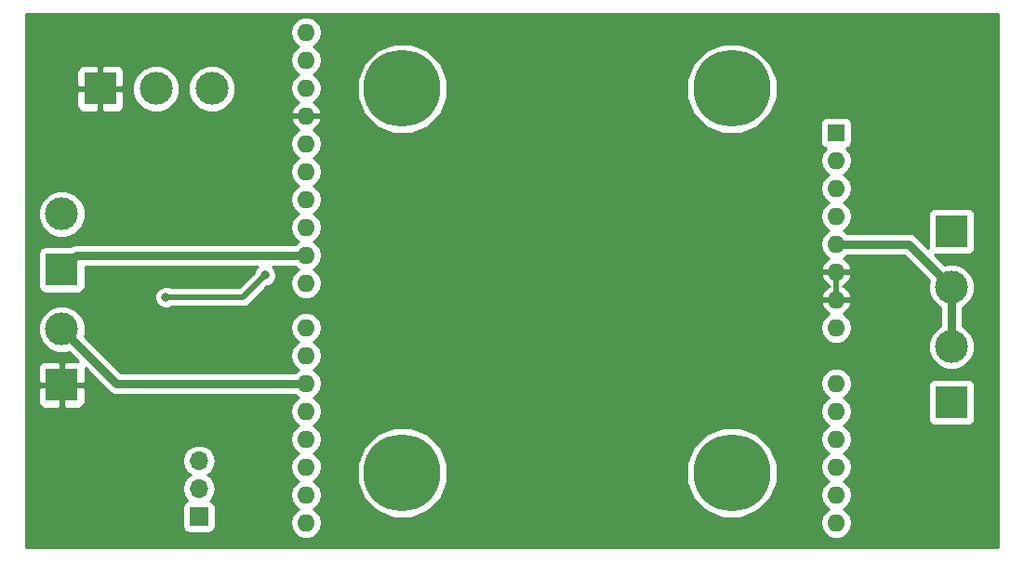
<source format=gbr>
G04 #@! TF.GenerationSoftware,KiCad,Pcbnew,5.0.2-bee76a0~70~ubuntu18.04.1*
G04 #@! TF.CreationDate,2019-06-06T20:44:49+02:00*
G04 #@! TF.ProjectId,dmxBridge,646d7842-7269-4646-9765-2e6b69636164,rev?*
G04 #@! TF.SameCoordinates,Original*
G04 #@! TF.FileFunction,Copper,L2,Bot*
G04 #@! TF.FilePolarity,Positive*
%FSLAX46Y46*%
G04 Gerber Fmt 4.6, Leading zero omitted, Abs format (unit mm)*
G04 Created by KiCad (PCBNEW 5.0.2-bee76a0~70~ubuntu18.04.1) date Thu 06 Jun 2019 20:44:49 CEST*
%MOMM*%
%LPD*%
G01*
G04 APERTURE LIST*
G04 #@! TA.AperFunction,ComponentPad*
%ADD10C,0.800000*%
G04 #@! TD*
G04 #@! TA.AperFunction,ComponentPad*
%ADD11C,7.000000*%
G04 #@! TD*
G04 #@! TA.AperFunction,ComponentPad*
%ADD12O,1.600000X1.600000*%
G04 #@! TD*
G04 #@! TA.AperFunction,ComponentPad*
%ADD13R,1.600000X1.600000*%
G04 #@! TD*
G04 #@! TA.AperFunction,ComponentPad*
%ADD14R,3.000000X3.000000*%
G04 #@! TD*
G04 #@! TA.AperFunction,ComponentPad*
%ADD15C,3.000000*%
G04 #@! TD*
G04 #@! TA.AperFunction,ComponentPad*
%ADD16R,1.700000X1.700000*%
G04 #@! TD*
G04 #@! TA.AperFunction,ComponentPad*
%ADD17O,1.700000X1.700000*%
G04 #@! TD*
G04 #@! TA.AperFunction,ViaPad*
%ADD18C,0.800000*%
G04 #@! TD*
G04 #@! TA.AperFunction,Conductor*
%ADD19C,0.750000*%
G04 #@! TD*
G04 #@! TA.AperFunction,Conductor*
%ADD20C,0.500000*%
G04 #@! TD*
G04 #@! TA.AperFunction,Conductor*
%ADD21C,0.254000*%
G04 #@! TD*
G04 APERTURE END LIST*
D10*
G04 #@! TO.P,,1*
G04 #@! TO.N,N/C*
X61856155Y-60643845D03*
X60000000Y-59875000D03*
X58143845Y-60643845D03*
X57375000Y-62500000D03*
X58143845Y-64356155D03*
X60000000Y-65125000D03*
X61856155Y-64356155D03*
X62625000Y-62500000D03*
D11*
X60000000Y-62500000D03*
G04 #@! TD*
D12*
G04 #@! TO.P,A1,32*
G04 #@! TO.N,Net-(A1-Pad32)*
X51240000Y-22360000D03*
G04 #@! TO.P,A1,31*
G04 #@! TO.N,Net-(A1-Pad31)*
X51240000Y-24900000D03*
D13*
G04 #@! TO.P,A1,1*
G04 #@! TO.N,Net-(A1-Pad1)*
X99500000Y-31500000D03*
D12*
G04 #@! TO.P,A1,17*
G04 #@! TO.N,Net-(A1-Pad17)*
X51240000Y-61980000D03*
G04 #@! TO.P,A1,2*
G04 #@! TO.N,Net-(A1-Pad2)*
X99500000Y-34040000D03*
G04 #@! TO.P,A1,18*
G04 #@! TO.N,Net-(A1-Pad18)*
X51240000Y-59440000D03*
G04 #@! TO.P,A1,3*
G04 #@! TO.N,Net-(A1-Pad3)*
X99500000Y-36580000D03*
G04 #@! TO.P,A1,19*
G04 #@! TO.N,Net-(A1-Pad19)*
X51240000Y-56900000D03*
G04 #@! TO.P,A1,4*
G04 #@! TO.N,Net-(A1-Pad4)*
X99500000Y-39120000D03*
G04 #@! TO.P,A1,20*
G04 #@! TO.N,D5*
X51240000Y-54360000D03*
G04 #@! TO.P,A1,5*
G04 #@! TO.N,+5V*
X99500000Y-41660000D03*
G04 #@! TO.P,A1,21*
G04 #@! TO.N,Net-(A1-Pad21)*
X51240000Y-51820000D03*
G04 #@! TO.P,A1,6*
G04 #@! TO.N,GND*
X99500000Y-44200000D03*
G04 #@! TO.P,A1,22*
G04 #@! TO.N,Net-(A1-Pad22)*
X51240000Y-49280000D03*
G04 #@! TO.P,A1,7*
G04 #@! TO.N,GND*
X99500000Y-46740000D03*
G04 #@! TO.P,A1,23*
G04 #@! TO.N,Net-(A1-Pad23)*
X51240000Y-45220000D03*
G04 #@! TO.P,A1,8*
G04 #@! TO.N,Net-(A1-Pad8)*
X99500000Y-49280000D03*
G04 #@! TO.P,A1,24*
G04 #@! TO.N,D9*
X51240000Y-42680000D03*
G04 #@! TO.P,A1,9*
G04 #@! TO.N,A0*
X99500000Y-54360000D03*
G04 #@! TO.P,A1,25*
G04 #@! TO.N,Net-(A1-Pad25)*
X51240000Y-40140000D03*
G04 #@! TO.P,A1,10*
G04 #@! TO.N,A1*
X99500000Y-56900000D03*
G04 #@! TO.P,A1,26*
G04 #@! TO.N,Net-(A1-Pad26)*
X51240000Y-37600000D03*
G04 #@! TO.P,A1,11*
G04 #@! TO.N,Net-(A1-Pad11)*
X99500000Y-59440000D03*
G04 #@! TO.P,A1,27*
G04 #@! TO.N,Net-(A1-Pad27)*
X51240000Y-35060000D03*
G04 #@! TO.P,A1,12*
G04 #@! TO.N,Net-(A1-Pad12)*
X99500000Y-61980000D03*
G04 #@! TO.P,A1,28*
G04 #@! TO.N,Net-(A1-Pad28)*
X51240000Y-32520000D03*
G04 #@! TO.P,A1,13*
G04 #@! TO.N,Net-(A1-Pad13)*
X99500000Y-64520000D03*
G04 #@! TO.P,A1,29*
G04 #@! TO.N,GND*
X51240000Y-29980000D03*
G04 #@! TO.P,A1,14*
G04 #@! TO.N,Net-(A1-Pad14)*
X99500000Y-67060000D03*
G04 #@! TO.P,A1,30*
G04 #@! TO.N,Net-(A1-Pad30)*
X51240000Y-27440000D03*
G04 #@! TO.P,A1,15*
G04 #@! TO.N,Net-(A1-Pad15)*
X51240000Y-67060000D03*
G04 #@! TO.P,A1,16*
G04 #@! TO.N,Net-(A1-Pad16)*
X51240000Y-64520000D03*
G04 #@! TD*
D14*
G04 #@! TO.P,J1,1*
G04 #@! TO.N,D9*
X29000000Y-44000000D03*
D15*
G04 #@! TO.P,J1,2*
G04 #@! TO.N,+5V*
X29000000Y-38920000D03*
G04 #@! TD*
G04 #@! TO.P,J2,2*
G04 #@! TO.N,+5V*
X110000000Y-45580000D03*
D14*
G04 #@! TO.P,J2,1*
G04 #@! TO.N,A0*
X110000000Y-40500000D03*
G04 #@! TD*
G04 #@! TO.P,J3,1*
G04 #@! TO.N,A1*
X110000000Y-56080000D03*
D15*
G04 #@! TO.P,J3,2*
G04 #@! TO.N,+5V*
X110000000Y-51000000D03*
G04 #@! TD*
G04 #@! TO.P,J4,2*
G04 #@! TO.N,D5*
X29000000Y-49420000D03*
D14*
G04 #@! TO.P,J4,1*
G04 #@! TO.N,GND*
X29000000Y-54500000D03*
G04 #@! TD*
D16*
G04 #@! TO.P,J5,1*
G04 #@! TO.N,Net-(A1-Pad15)*
X41500000Y-66500000D03*
D17*
G04 #@! TO.P,J5,2*
G04 #@! TO.N,DmxOut*
X41500000Y-63960000D03*
G04 #@! TO.P,J5,3*
G04 #@! TO.N,Net-(A1-Pad16)*
X41500000Y-61420000D03*
G04 #@! TD*
D14*
G04 #@! TO.P,J6,1*
G04 #@! TO.N,GND*
X32500000Y-27500000D03*
D15*
G04 #@! TO.P,J6,2*
G04 #@! TO.N,Net-(J6-Pad2)*
X37580000Y-27500000D03*
G04 #@! TO.P,J6,3*
G04 #@! TO.N,Net-(J6-Pad3)*
X42660000Y-27500000D03*
G04 #@! TD*
D10*
G04 #@! TO.P,,1*
G04 #@! TO.N,N/C*
X61856155Y-25643845D03*
X60000000Y-24875000D03*
X58143845Y-25643845D03*
X57375000Y-27500000D03*
X58143845Y-29356155D03*
X60000000Y-30125000D03*
X61856155Y-29356155D03*
X62625000Y-27500000D03*
D11*
X60000000Y-27500000D03*
G04 #@! TD*
D10*
G04 #@! TO.P,,1*
G04 #@! TO.N,N/C*
X91856155Y-25643845D03*
X90000000Y-24875000D03*
X88143845Y-25643845D03*
X87375000Y-27500000D03*
X88143845Y-29356155D03*
X90000000Y-30125000D03*
X91856155Y-29356155D03*
X92625000Y-27500000D03*
D11*
X90000000Y-27500000D03*
G04 #@! TD*
D10*
G04 #@! TO.P,,1*
G04 #@! TO.N,N/C*
X91856155Y-60643845D03*
X90000000Y-59875000D03*
X88143845Y-60643845D03*
X87375000Y-62500000D03*
X88143845Y-64356155D03*
X90000000Y-65125000D03*
X91856155Y-64356155D03*
X92625000Y-62500000D03*
D11*
X90000000Y-62500000D03*
G04 #@! TD*
D18*
G04 #@! TO.N,+5V*
X38500000Y-46500000D03*
X47500000Y-44500000D03*
G04 #@! TO.N,GND*
X35000000Y-60000000D03*
X44000000Y-57500000D03*
G04 #@! TD*
D19*
G04 #@! TO.N,D5*
X33940000Y-54360000D02*
X29000000Y-49420000D01*
X51240000Y-54360000D02*
X33940000Y-54360000D01*
D20*
G04 #@! TO.N,+5V*
X45500000Y-46500000D02*
X47500000Y-44500000D01*
X38500000Y-46500000D02*
X45500000Y-46500000D01*
D19*
X106080000Y-41660000D02*
X110000000Y-45580000D01*
X99500000Y-41660000D02*
X106080000Y-41660000D01*
X110000000Y-45580000D02*
X110000000Y-51000000D01*
G04 #@! TO.N,GND*
X35000000Y-60000000D02*
X35399999Y-59600001D01*
X35399999Y-59600001D02*
X37500000Y-57500000D01*
X37500000Y-57500000D02*
X44000000Y-57500000D01*
G04 #@! TO.N,D9*
X30320000Y-42680000D02*
X29000000Y-44000000D01*
X51240000Y-42680000D02*
X30320000Y-42680000D01*
G04 #@! TD*
D21*
G04 #@! TO.N,GND*
G36*
X114265001Y-69290000D02*
X25735000Y-69290000D01*
X25735000Y-61420000D01*
X39985908Y-61420000D01*
X40101161Y-61999418D01*
X40429375Y-62490625D01*
X40727761Y-62690000D01*
X40429375Y-62889375D01*
X40101161Y-63380582D01*
X39985908Y-63960000D01*
X40101161Y-64539418D01*
X40429375Y-65030625D01*
X40447619Y-65042816D01*
X40402235Y-65051843D01*
X40192191Y-65192191D01*
X40051843Y-65402235D01*
X40002560Y-65650000D01*
X40002560Y-67350000D01*
X40051843Y-67597765D01*
X40192191Y-67807809D01*
X40402235Y-67948157D01*
X40650000Y-67997440D01*
X42350000Y-67997440D01*
X42597765Y-67948157D01*
X42807809Y-67807809D01*
X42948157Y-67597765D01*
X42997440Y-67350000D01*
X42997440Y-65650000D01*
X42948157Y-65402235D01*
X42807809Y-65192191D01*
X42597765Y-65051843D01*
X42552381Y-65042816D01*
X42570625Y-65030625D01*
X42898839Y-64539418D01*
X43014092Y-63960000D01*
X42898839Y-63380582D01*
X42570625Y-62889375D01*
X42272239Y-62690000D01*
X42570625Y-62490625D01*
X42898839Y-61999418D01*
X43014092Y-61420000D01*
X42898839Y-60840582D01*
X42570625Y-60349375D01*
X42079418Y-60021161D01*
X41646256Y-59935000D01*
X41353744Y-59935000D01*
X40920582Y-60021161D01*
X40429375Y-60349375D01*
X40101161Y-60840582D01*
X39985908Y-61420000D01*
X25735000Y-61420000D01*
X25735000Y-54785750D01*
X26865000Y-54785750D01*
X26865000Y-56126309D01*
X26961673Y-56359698D01*
X27140301Y-56538327D01*
X27373690Y-56635000D01*
X28714250Y-56635000D01*
X28873000Y-56476250D01*
X28873000Y-54627000D01*
X29127000Y-54627000D01*
X29127000Y-56476250D01*
X29285750Y-56635000D01*
X30626310Y-56635000D01*
X30859699Y-56538327D01*
X31038327Y-56359698D01*
X31135000Y-56126309D01*
X31135000Y-54785750D01*
X30976250Y-54627000D01*
X29127000Y-54627000D01*
X28873000Y-54627000D01*
X27023750Y-54627000D01*
X26865000Y-54785750D01*
X25735000Y-54785750D01*
X25735000Y-52873691D01*
X26865000Y-52873691D01*
X26865000Y-54214250D01*
X27023750Y-54373000D01*
X28873000Y-54373000D01*
X28873000Y-52523750D01*
X28714250Y-52365000D01*
X27373690Y-52365000D01*
X27140301Y-52461673D01*
X26961673Y-52640302D01*
X26865000Y-52873691D01*
X25735000Y-52873691D01*
X25735000Y-48995322D01*
X26865000Y-48995322D01*
X26865000Y-49844678D01*
X27190034Y-50629380D01*
X27790620Y-51229966D01*
X28575322Y-51555000D01*
X29424678Y-51555000D01*
X29624059Y-51472414D01*
X30516645Y-52365000D01*
X29285750Y-52365000D01*
X29127000Y-52523750D01*
X29127000Y-54373000D01*
X30976250Y-54373000D01*
X31135000Y-54214250D01*
X31135000Y-52983356D01*
X33155484Y-55003840D01*
X33211831Y-55088169D01*
X33296160Y-55144516D01*
X33296162Y-55144518D01*
X33471105Y-55261411D01*
X33545918Y-55311399D01*
X33840524Y-55370000D01*
X33840529Y-55370000D01*
X33940000Y-55389786D01*
X34039471Y-55370000D01*
X50189001Y-55370000D01*
X50205423Y-55394577D01*
X50557758Y-55630000D01*
X50205423Y-55865423D01*
X49888260Y-56340091D01*
X49776887Y-56900000D01*
X49888260Y-57459909D01*
X50205423Y-57934577D01*
X50557758Y-58170000D01*
X50205423Y-58405423D01*
X49888260Y-58880091D01*
X49776887Y-59440000D01*
X49888260Y-59999909D01*
X50205423Y-60474577D01*
X50557758Y-60710000D01*
X50205423Y-60945423D01*
X49888260Y-61420091D01*
X49776887Y-61980000D01*
X49888260Y-62539909D01*
X50205423Y-63014577D01*
X50557758Y-63250000D01*
X50205423Y-63485423D01*
X49888260Y-63960091D01*
X49776887Y-64520000D01*
X49888260Y-65079909D01*
X50205423Y-65554577D01*
X50557758Y-65790000D01*
X50205423Y-66025423D01*
X49888260Y-66500091D01*
X49776887Y-67060000D01*
X49888260Y-67619909D01*
X50205423Y-68094577D01*
X50680091Y-68411740D01*
X51098667Y-68495000D01*
X51381333Y-68495000D01*
X51799909Y-68411740D01*
X52274577Y-68094577D01*
X52591740Y-67619909D01*
X52703113Y-67060000D01*
X52591740Y-66500091D01*
X52274577Y-66025423D01*
X51922242Y-65790000D01*
X52274577Y-65554577D01*
X52591740Y-65079909D01*
X52703113Y-64520000D01*
X52591740Y-63960091D01*
X52274577Y-63485423D01*
X51922242Y-63250000D01*
X52274577Y-63014577D01*
X52591740Y-62539909D01*
X52703113Y-61980000D01*
X52642942Y-61677497D01*
X55865000Y-61677497D01*
X55865000Y-63322503D01*
X56494517Y-64842289D01*
X57657711Y-66005483D01*
X59177497Y-66635000D01*
X60822503Y-66635000D01*
X62342289Y-66005483D01*
X63505483Y-64842289D01*
X64135000Y-63322503D01*
X64135000Y-61677497D01*
X85865000Y-61677497D01*
X85865000Y-63322503D01*
X86494517Y-64842289D01*
X87657711Y-66005483D01*
X89177497Y-66635000D01*
X90822503Y-66635000D01*
X92342289Y-66005483D01*
X93505483Y-64842289D01*
X94135000Y-63322503D01*
X94135000Y-61677497D01*
X93505483Y-60157711D01*
X92342289Y-58994517D01*
X90822503Y-58365000D01*
X89177497Y-58365000D01*
X87657711Y-58994517D01*
X86494517Y-60157711D01*
X85865000Y-61677497D01*
X64135000Y-61677497D01*
X63505483Y-60157711D01*
X62342289Y-58994517D01*
X60822503Y-58365000D01*
X59177497Y-58365000D01*
X57657711Y-58994517D01*
X56494517Y-60157711D01*
X55865000Y-61677497D01*
X52642942Y-61677497D01*
X52591740Y-61420091D01*
X52274577Y-60945423D01*
X51922242Y-60710000D01*
X52274577Y-60474577D01*
X52591740Y-59999909D01*
X52703113Y-59440000D01*
X52591740Y-58880091D01*
X52274577Y-58405423D01*
X51922242Y-58170000D01*
X52274577Y-57934577D01*
X52591740Y-57459909D01*
X52703113Y-56900000D01*
X52591740Y-56340091D01*
X52274577Y-55865423D01*
X51922242Y-55630000D01*
X52274577Y-55394577D01*
X52591740Y-54919909D01*
X52703113Y-54360000D01*
X98036887Y-54360000D01*
X98148260Y-54919909D01*
X98465423Y-55394577D01*
X98817758Y-55630000D01*
X98465423Y-55865423D01*
X98148260Y-56340091D01*
X98036887Y-56900000D01*
X98148260Y-57459909D01*
X98465423Y-57934577D01*
X98817758Y-58170000D01*
X98465423Y-58405423D01*
X98148260Y-58880091D01*
X98036887Y-59440000D01*
X98148260Y-59999909D01*
X98465423Y-60474577D01*
X98817758Y-60710000D01*
X98465423Y-60945423D01*
X98148260Y-61420091D01*
X98036887Y-61980000D01*
X98148260Y-62539909D01*
X98465423Y-63014577D01*
X98817758Y-63250000D01*
X98465423Y-63485423D01*
X98148260Y-63960091D01*
X98036887Y-64520000D01*
X98148260Y-65079909D01*
X98465423Y-65554577D01*
X98817758Y-65790000D01*
X98465423Y-66025423D01*
X98148260Y-66500091D01*
X98036887Y-67060000D01*
X98148260Y-67619909D01*
X98465423Y-68094577D01*
X98940091Y-68411740D01*
X99358667Y-68495000D01*
X99641333Y-68495000D01*
X100059909Y-68411740D01*
X100534577Y-68094577D01*
X100851740Y-67619909D01*
X100963113Y-67060000D01*
X100851740Y-66500091D01*
X100534577Y-66025423D01*
X100182242Y-65790000D01*
X100534577Y-65554577D01*
X100851740Y-65079909D01*
X100963113Y-64520000D01*
X100851740Y-63960091D01*
X100534577Y-63485423D01*
X100182242Y-63250000D01*
X100534577Y-63014577D01*
X100851740Y-62539909D01*
X100963113Y-61980000D01*
X100851740Y-61420091D01*
X100534577Y-60945423D01*
X100182242Y-60710000D01*
X100534577Y-60474577D01*
X100851740Y-59999909D01*
X100963113Y-59440000D01*
X100851740Y-58880091D01*
X100534577Y-58405423D01*
X100182242Y-58170000D01*
X100534577Y-57934577D01*
X100851740Y-57459909D01*
X100963113Y-56900000D01*
X100851740Y-56340091D01*
X100534577Y-55865423D01*
X100182242Y-55630000D01*
X100534577Y-55394577D01*
X100851740Y-54919909D01*
X100919352Y-54580000D01*
X107852560Y-54580000D01*
X107852560Y-57580000D01*
X107901843Y-57827765D01*
X108042191Y-58037809D01*
X108252235Y-58178157D01*
X108500000Y-58227440D01*
X111500000Y-58227440D01*
X111747765Y-58178157D01*
X111957809Y-58037809D01*
X112098157Y-57827765D01*
X112147440Y-57580000D01*
X112147440Y-54580000D01*
X112098157Y-54332235D01*
X111957809Y-54122191D01*
X111747765Y-53981843D01*
X111500000Y-53932560D01*
X108500000Y-53932560D01*
X108252235Y-53981843D01*
X108042191Y-54122191D01*
X107901843Y-54332235D01*
X107852560Y-54580000D01*
X100919352Y-54580000D01*
X100963113Y-54360000D01*
X100851740Y-53800091D01*
X100534577Y-53325423D01*
X100059909Y-53008260D01*
X99641333Y-52925000D01*
X99358667Y-52925000D01*
X98940091Y-53008260D01*
X98465423Y-53325423D01*
X98148260Y-53800091D01*
X98036887Y-54360000D01*
X52703113Y-54360000D01*
X52591740Y-53800091D01*
X52274577Y-53325423D01*
X51922242Y-53090000D01*
X52274577Y-52854577D01*
X52591740Y-52379909D01*
X52703113Y-51820000D01*
X52591740Y-51260091D01*
X52274577Y-50785423D01*
X51922242Y-50550000D01*
X52274577Y-50314577D01*
X52591740Y-49839909D01*
X52703113Y-49280000D01*
X98036887Y-49280000D01*
X98148260Y-49839909D01*
X98465423Y-50314577D01*
X98940091Y-50631740D01*
X99358667Y-50715000D01*
X99641333Y-50715000D01*
X100059909Y-50631740D01*
X100534577Y-50314577D01*
X100851740Y-49839909D01*
X100963113Y-49280000D01*
X100851740Y-48720091D01*
X100534577Y-48245423D01*
X100150892Y-47989053D01*
X100355134Y-47892389D01*
X100731041Y-47477423D01*
X100891904Y-47089039D01*
X100769915Y-46867000D01*
X99627000Y-46867000D01*
X99627000Y-46887000D01*
X99373000Y-46887000D01*
X99373000Y-46867000D01*
X98230085Y-46867000D01*
X98108096Y-47089039D01*
X98268959Y-47477423D01*
X98644866Y-47892389D01*
X98849108Y-47989053D01*
X98465423Y-48245423D01*
X98148260Y-48720091D01*
X98036887Y-49280000D01*
X52703113Y-49280000D01*
X52591740Y-48720091D01*
X52274577Y-48245423D01*
X51799909Y-47928260D01*
X51381333Y-47845000D01*
X51098667Y-47845000D01*
X50680091Y-47928260D01*
X50205423Y-48245423D01*
X49888260Y-48720091D01*
X49776887Y-49280000D01*
X49888260Y-49839909D01*
X50205423Y-50314577D01*
X50557758Y-50550000D01*
X50205423Y-50785423D01*
X49888260Y-51260091D01*
X49776887Y-51820000D01*
X49888260Y-52379909D01*
X50205423Y-52854577D01*
X50557758Y-53090000D01*
X50205423Y-53325423D01*
X50189001Y-53350000D01*
X34358356Y-53350000D01*
X31052414Y-50044059D01*
X31135000Y-49844678D01*
X31135000Y-48995322D01*
X30809966Y-48210620D01*
X30209380Y-47610034D01*
X29424678Y-47285000D01*
X28575322Y-47285000D01*
X27790620Y-47610034D01*
X27190034Y-48210620D01*
X26865000Y-48995322D01*
X25735000Y-48995322D01*
X25735000Y-42500000D01*
X26852560Y-42500000D01*
X26852560Y-45500000D01*
X26901843Y-45747765D01*
X27042191Y-45957809D01*
X27252235Y-46098157D01*
X27500000Y-46147440D01*
X30500000Y-46147440D01*
X30747765Y-46098157D01*
X30957809Y-45957809D01*
X31098157Y-45747765D01*
X31147440Y-45500000D01*
X31147440Y-43690000D01*
X46846289Y-43690000D01*
X46622569Y-43913720D01*
X46472569Y-44275852D01*
X45133422Y-45615000D01*
X39068007Y-45615000D01*
X38705874Y-45465000D01*
X38294126Y-45465000D01*
X37913720Y-45622569D01*
X37622569Y-45913720D01*
X37465000Y-46294126D01*
X37465000Y-46705874D01*
X37622569Y-47086280D01*
X37913720Y-47377431D01*
X38294126Y-47535000D01*
X38705874Y-47535000D01*
X39068007Y-47385000D01*
X45412839Y-47385000D01*
X45500000Y-47402337D01*
X45587161Y-47385000D01*
X45587165Y-47385000D01*
X45845310Y-47333652D01*
X46138049Y-47138049D01*
X46187425Y-47064153D01*
X47724148Y-45527431D01*
X48086280Y-45377431D01*
X48377431Y-45086280D01*
X48535000Y-44705874D01*
X48535000Y-44294126D01*
X48377431Y-43913720D01*
X48153711Y-43690000D01*
X50189001Y-43690000D01*
X50205423Y-43714577D01*
X50557758Y-43950000D01*
X50205423Y-44185423D01*
X49888260Y-44660091D01*
X49776887Y-45220000D01*
X49888260Y-45779909D01*
X50205423Y-46254577D01*
X50680091Y-46571740D01*
X51098667Y-46655000D01*
X51381333Y-46655000D01*
X51799909Y-46571740D01*
X52274577Y-46254577D01*
X52591740Y-45779909D01*
X52703113Y-45220000D01*
X52591740Y-44660091D01*
X52517538Y-44549039D01*
X98108096Y-44549039D01*
X98268959Y-44937423D01*
X98644866Y-45352389D01*
X98893367Y-45470000D01*
X98644866Y-45587611D01*
X98268959Y-46002577D01*
X98108096Y-46390961D01*
X98230085Y-46613000D01*
X99373000Y-46613000D01*
X99373000Y-44327000D01*
X99627000Y-44327000D01*
X99627000Y-46613000D01*
X100769915Y-46613000D01*
X100891904Y-46390961D01*
X100731041Y-46002577D01*
X100355134Y-45587611D01*
X100106633Y-45470000D01*
X100355134Y-45352389D01*
X100731041Y-44937423D01*
X100891904Y-44549039D01*
X100769915Y-44327000D01*
X99627000Y-44327000D01*
X99373000Y-44327000D01*
X98230085Y-44327000D01*
X98108096Y-44549039D01*
X52517538Y-44549039D01*
X52274577Y-44185423D01*
X51922242Y-43950000D01*
X52274577Y-43714577D01*
X52591740Y-43239909D01*
X52703113Y-42680000D01*
X52591740Y-42120091D01*
X52274577Y-41645423D01*
X51922242Y-41410000D01*
X52274577Y-41174577D01*
X52591740Y-40699909D01*
X52703113Y-40140000D01*
X52591740Y-39580091D01*
X52274577Y-39105423D01*
X51922242Y-38870000D01*
X52274577Y-38634577D01*
X52591740Y-38159909D01*
X52703113Y-37600000D01*
X52591740Y-37040091D01*
X52274577Y-36565423D01*
X51922242Y-36330000D01*
X52274577Y-36094577D01*
X52591740Y-35619909D01*
X52703113Y-35060000D01*
X52591740Y-34500091D01*
X52284318Y-34040000D01*
X98036887Y-34040000D01*
X98148260Y-34599909D01*
X98465423Y-35074577D01*
X98817758Y-35310000D01*
X98465423Y-35545423D01*
X98148260Y-36020091D01*
X98036887Y-36580000D01*
X98148260Y-37139909D01*
X98465423Y-37614577D01*
X98817758Y-37850000D01*
X98465423Y-38085423D01*
X98148260Y-38560091D01*
X98036887Y-39120000D01*
X98148260Y-39679909D01*
X98465423Y-40154577D01*
X98817758Y-40390000D01*
X98465423Y-40625423D01*
X98148260Y-41100091D01*
X98036887Y-41660000D01*
X98148260Y-42219909D01*
X98465423Y-42694577D01*
X98849108Y-42950947D01*
X98644866Y-43047611D01*
X98268959Y-43462577D01*
X98108096Y-43850961D01*
X98230085Y-44073000D01*
X99373000Y-44073000D01*
X99373000Y-44053000D01*
X99627000Y-44053000D01*
X99627000Y-44073000D01*
X100769915Y-44073000D01*
X100891904Y-43850961D01*
X100731041Y-43462577D01*
X100355134Y-43047611D01*
X100150892Y-42950947D01*
X100534577Y-42694577D01*
X100550999Y-42670000D01*
X105661645Y-42670000D01*
X107947586Y-44955941D01*
X107865000Y-45155322D01*
X107865000Y-46004678D01*
X108190034Y-46789380D01*
X108790620Y-47389966D01*
X108990000Y-47472552D01*
X108990001Y-49107448D01*
X108790620Y-49190034D01*
X108190034Y-49790620D01*
X107865000Y-50575322D01*
X107865000Y-51424678D01*
X108190034Y-52209380D01*
X108790620Y-52809966D01*
X109575322Y-53135000D01*
X110424678Y-53135000D01*
X111209380Y-52809966D01*
X111809966Y-52209380D01*
X112135000Y-51424678D01*
X112135000Y-50575322D01*
X111809966Y-49790620D01*
X111209380Y-49190034D01*
X111010000Y-49107448D01*
X111010000Y-47472552D01*
X111209380Y-47389966D01*
X111809966Y-46789380D01*
X112135000Y-46004678D01*
X112135000Y-45155322D01*
X111809966Y-44370620D01*
X111209380Y-43770034D01*
X110424678Y-43445000D01*
X109575322Y-43445000D01*
X109375941Y-43527586D01*
X108494751Y-42646396D01*
X108500000Y-42647440D01*
X111500000Y-42647440D01*
X111747765Y-42598157D01*
X111957809Y-42457809D01*
X112098157Y-42247765D01*
X112147440Y-42000000D01*
X112147440Y-39000000D01*
X112098157Y-38752235D01*
X111957809Y-38542191D01*
X111747765Y-38401843D01*
X111500000Y-38352560D01*
X108500000Y-38352560D01*
X108252235Y-38401843D01*
X108042191Y-38542191D01*
X107901843Y-38752235D01*
X107852560Y-39000000D01*
X107852560Y-42000000D01*
X107853604Y-42005249D01*
X106864518Y-41016163D01*
X106808169Y-40931831D01*
X106474082Y-40708601D01*
X106179476Y-40650000D01*
X106179471Y-40650000D01*
X106080000Y-40630214D01*
X105980529Y-40650000D01*
X100550999Y-40650000D01*
X100534577Y-40625423D01*
X100182242Y-40390000D01*
X100534577Y-40154577D01*
X100851740Y-39679909D01*
X100963113Y-39120000D01*
X100851740Y-38560091D01*
X100534577Y-38085423D01*
X100182242Y-37850000D01*
X100534577Y-37614577D01*
X100851740Y-37139909D01*
X100963113Y-36580000D01*
X100851740Y-36020091D01*
X100534577Y-35545423D01*
X100182242Y-35310000D01*
X100534577Y-35074577D01*
X100851740Y-34599909D01*
X100963113Y-34040000D01*
X100851740Y-33480091D01*
X100534577Y-33005423D01*
X100413894Y-32924785D01*
X100547765Y-32898157D01*
X100757809Y-32757809D01*
X100898157Y-32547765D01*
X100947440Y-32300000D01*
X100947440Y-30700000D01*
X100898157Y-30452235D01*
X100757809Y-30242191D01*
X100547765Y-30101843D01*
X100300000Y-30052560D01*
X98700000Y-30052560D01*
X98452235Y-30101843D01*
X98242191Y-30242191D01*
X98101843Y-30452235D01*
X98052560Y-30700000D01*
X98052560Y-32300000D01*
X98101843Y-32547765D01*
X98242191Y-32757809D01*
X98452235Y-32898157D01*
X98586106Y-32924785D01*
X98465423Y-33005423D01*
X98148260Y-33480091D01*
X98036887Y-34040000D01*
X52284318Y-34040000D01*
X52274577Y-34025423D01*
X51922242Y-33790000D01*
X52274577Y-33554577D01*
X52591740Y-33079909D01*
X52703113Y-32520000D01*
X52591740Y-31960091D01*
X52274577Y-31485423D01*
X51890892Y-31229053D01*
X52095134Y-31132389D01*
X52471041Y-30717423D01*
X52631904Y-30329039D01*
X52509915Y-30107000D01*
X51367000Y-30107000D01*
X51367000Y-30127000D01*
X51113000Y-30127000D01*
X51113000Y-30107000D01*
X49970085Y-30107000D01*
X49848096Y-30329039D01*
X50008959Y-30717423D01*
X50384866Y-31132389D01*
X50589108Y-31229053D01*
X50205423Y-31485423D01*
X49888260Y-31960091D01*
X49776887Y-32520000D01*
X49888260Y-33079909D01*
X50205423Y-33554577D01*
X50557758Y-33790000D01*
X50205423Y-34025423D01*
X49888260Y-34500091D01*
X49776887Y-35060000D01*
X49888260Y-35619909D01*
X50205423Y-36094577D01*
X50557758Y-36330000D01*
X50205423Y-36565423D01*
X49888260Y-37040091D01*
X49776887Y-37600000D01*
X49888260Y-38159909D01*
X50205423Y-38634577D01*
X50557758Y-38870000D01*
X50205423Y-39105423D01*
X49888260Y-39580091D01*
X49776887Y-40140000D01*
X49888260Y-40699909D01*
X50205423Y-41174577D01*
X50557758Y-41410000D01*
X50205423Y-41645423D01*
X50189001Y-41670000D01*
X30419471Y-41670000D01*
X30320000Y-41650214D01*
X30220529Y-41670000D01*
X30220524Y-41670000D01*
X29925918Y-41728601D01*
X29925916Y-41728602D01*
X29925917Y-41728602D01*
X29740400Y-41852560D01*
X27500000Y-41852560D01*
X27252235Y-41901843D01*
X27042191Y-42042191D01*
X26901843Y-42252235D01*
X26852560Y-42500000D01*
X25735000Y-42500000D01*
X25735000Y-38495322D01*
X26865000Y-38495322D01*
X26865000Y-39344678D01*
X27190034Y-40129380D01*
X27790620Y-40729966D01*
X28575322Y-41055000D01*
X29424678Y-41055000D01*
X30209380Y-40729966D01*
X30809966Y-40129380D01*
X31135000Y-39344678D01*
X31135000Y-38495322D01*
X30809966Y-37710620D01*
X30209380Y-37110034D01*
X29424678Y-36785000D01*
X28575322Y-36785000D01*
X27790620Y-37110034D01*
X27190034Y-37710620D01*
X26865000Y-38495322D01*
X25735000Y-38495322D01*
X25735000Y-27785750D01*
X30365000Y-27785750D01*
X30365000Y-29126310D01*
X30461673Y-29359699D01*
X30640302Y-29538327D01*
X30873691Y-29635000D01*
X32214250Y-29635000D01*
X32373000Y-29476250D01*
X32373000Y-27627000D01*
X32627000Y-27627000D01*
X32627000Y-29476250D01*
X32785750Y-29635000D01*
X34126309Y-29635000D01*
X34359698Y-29538327D01*
X34538327Y-29359699D01*
X34635000Y-29126310D01*
X34635000Y-27785750D01*
X34476250Y-27627000D01*
X32627000Y-27627000D01*
X32373000Y-27627000D01*
X30523750Y-27627000D01*
X30365000Y-27785750D01*
X25735000Y-27785750D01*
X25735000Y-25873690D01*
X30365000Y-25873690D01*
X30365000Y-27214250D01*
X30523750Y-27373000D01*
X32373000Y-27373000D01*
X32373000Y-25523750D01*
X32627000Y-25523750D01*
X32627000Y-27373000D01*
X34476250Y-27373000D01*
X34635000Y-27214250D01*
X34635000Y-27075322D01*
X35445000Y-27075322D01*
X35445000Y-27924678D01*
X35770034Y-28709380D01*
X36370620Y-29309966D01*
X37155322Y-29635000D01*
X38004678Y-29635000D01*
X38789380Y-29309966D01*
X39389966Y-28709380D01*
X39715000Y-27924678D01*
X39715000Y-27075322D01*
X40525000Y-27075322D01*
X40525000Y-27924678D01*
X40850034Y-28709380D01*
X41450620Y-29309966D01*
X42235322Y-29635000D01*
X43084678Y-29635000D01*
X43869380Y-29309966D01*
X44469966Y-28709380D01*
X44795000Y-27924678D01*
X44795000Y-27075322D01*
X44469966Y-26290620D01*
X43869380Y-25690034D01*
X43084678Y-25365000D01*
X42235322Y-25365000D01*
X41450620Y-25690034D01*
X40850034Y-26290620D01*
X40525000Y-27075322D01*
X39715000Y-27075322D01*
X39389966Y-26290620D01*
X38789380Y-25690034D01*
X38004678Y-25365000D01*
X37155322Y-25365000D01*
X36370620Y-25690034D01*
X35770034Y-26290620D01*
X35445000Y-27075322D01*
X34635000Y-27075322D01*
X34635000Y-25873690D01*
X34538327Y-25640301D01*
X34359698Y-25461673D01*
X34126309Y-25365000D01*
X32785750Y-25365000D01*
X32627000Y-25523750D01*
X32373000Y-25523750D01*
X32214250Y-25365000D01*
X30873691Y-25365000D01*
X30640302Y-25461673D01*
X30461673Y-25640301D01*
X30365000Y-25873690D01*
X25735000Y-25873690D01*
X25735000Y-22360000D01*
X49776887Y-22360000D01*
X49888260Y-22919909D01*
X50205423Y-23394577D01*
X50557758Y-23630000D01*
X50205423Y-23865423D01*
X49888260Y-24340091D01*
X49776887Y-24900000D01*
X49888260Y-25459909D01*
X50205423Y-25934577D01*
X50557758Y-26170000D01*
X50205423Y-26405423D01*
X49888260Y-26880091D01*
X49776887Y-27440000D01*
X49888260Y-27999909D01*
X50205423Y-28474577D01*
X50589108Y-28730947D01*
X50384866Y-28827611D01*
X50008959Y-29242577D01*
X49848096Y-29630961D01*
X49970085Y-29853000D01*
X51113000Y-29853000D01*
X51113000Y-29833000D01*
X51367000Y-29833000D01*
X51367000Y-29853000D01*
X52509915Y-29853000D01*
X52631904Y-29630961D01*
X52471041Y-29242577D01*
X52095134Y-28827611D01*
X51890892Y-28730947D01*
X52274577Y-28474577D01*
X52591740Y-27999909D01*
X52703113Y-27440000D01*
X52591740Y-26880091D01*
X52456372Y-26677497D01*
X55865000Y-26677497D01*
X55865000Y-28322503D01*
X56494517Y-29842289D01*
X57657711Y-31005483D01*
X59177497Y-31635000D01*
X60822503Y-31635000D01*
X62342289Y-31005483D01*
X63505483Y-29842289D01*
X64135000Y-28322503D01*
X64135000Y-26677497D01*
X85865000Y-26677497D01*
X85865000Y-28322503D01*
X86494517Y-29842289D01*
X87657711Y-31005483D01*
X89177497Y-31635000D01*
X90822503Y-31635000D01*
X92342289Y-31005483D01*
X93505483Y-29842289D01*
X94135000Y-28322503D01*
X94135000Y-26677497D01*
X93505483Y-25157711D01*
X92342289Y-23994517D01*
X90822503Y-23365000D01*
X89177497Y-23365000D01*
X87657711Y-23994517D01*
X86494517Y-25157711D01*
X85865000Y-26677497D01*
X64135000Y-26677497D01*
X63505483Y-25157711D01*
X62342289Y-23994517D01*
X60822503Y-23365000D01*
X59177497Y-23365000D01*
X57657711Y-23994517D01*
X56494517Y-25157711D01*
X55865000Y-26677497D01*
X52456372Y-26677497D01*
X52274577Y-26405423D01*
X51922242Y-26170000D01*
X52274577Y-25934577D01*
X52591740Y-25459909D01*
X52703113Y-24900000D01*
X52591740Y-24340091D01*
X52274577Y-23865423D01*
X51922242Y-23630000D01*
X52274577Y-23394577D01*
X52591740Y-22919909D01*
X52703113Y-22360000D01*
X52591740Y-21800091D01*
X52274577Y-21325423D01*
X51799909Y-21008260D01*
X51381333Y-20925000D01*
X51098667Y-20925000D01*
X50680091Y-21008260D01*
X50205423Y-21325423D01*
X49888260Y-21800091D01*
X49776887Y-22360000D01*
X25735000Y-22360000D01*
X25735000Y-20710000D01*
X114265000Y-20710000D01*
X114265001Y-69290000D01*
X114265001Y-69290000D01*
G37*
X114265001Y-69290000D02*
X25735000Y-69290000D01*
X25735000Y-61420000D01*
X39985908Y-61420000D01*
X40101161Y-61999418D01*
X40429375Y-62490625D01*
X40727761Y-62690000D01*
X40429375Y-62889375D01*
X40101161Y-63380582D01*
X39985908Y-63960000D01*
X40101161Y-64539418D01*
X40429375Y-65030625D01*
X40447619Y-65042816D01*
X40402235Y-65051843D01*
X40192191Y-65192191D01*
X40051843Y-65402235D01*
X40002560Y-65650000D01*
X40002560Y-67350000D01*
X40051843Y-67597765D01*
X40192191Y-67807809D01*
X40402235Y-67948157D01*
X40650000Y-67997440D01*
X42350000Y-67997440D01*
X42597765Y-67948157D01*
X42807809Y-67807809D01*
X42948157Y-67597765D01*
X42997440Y-67350000D01*
X42997440Y-65650000D01*
X42948157Y-65402235D01*
X42807809Y-65192191D01*
X42597765Y-65051843D01*
X42552381Y-65042816D01*
X42570625Y-65030625D01*
X42898839Y-64539418D01*
X43014092Y-63960000D01*
X42898839Y-63380582D01*
X42570625Y-62889375D01*
X42272239Y-62690000D01*
X42570625Y-62490625D01*
X42898839Y-61999418D01*
X43014092Y-61420000D01*
X42898839Y-60840582D01*
X42570625Y-60349375D01*
X42079418Y-60021161D01*
X41646256Y-59935000D01*
X41353744Y-59935000D01*
X40920582Y-60021161D01*
X40429375Y-60349375D01*
X40101161Y-60840582D01*
X39985908Y-61420000D01*
X25735000Y-61420000D01*
X25735000Y-54785750D01*
X26865000Y-54785750D01*
X26865000Y-56126309D01*
X26961673Y-56359698D01*
X27140301Y-56538327D01*
X27373690Y-56635000D01*
X28714250Y-56635000D01*
X28873000Y-56476250D01*
X28873000Y-54627000D01*
X29127000Y-54627000D01*
X29127000Y-56476250D01*
X29285750Y-56635000D01*
X30626310Y-56635000D01*
X30859699Y-56538327D01*
X31038327Y-56359698D01*
X31135000Y-56126309D01*
X31135000Y-54785750D01*
X30976250Y-54627000D01*
X29127000Y-54627000D01*
X28873000Y-54627000D01*
X27023750Y-54627000D01*
X26865000Y-54785750D01*
X25735000Y-54785750D01*
X25735000Y-52873691D01*
X26865000Y-52873691D01*
X26865000Y-54214250D01*
X27023750Y-54373000D01*
X28873000Y-54373000D01*
X28873000Y-52523750D01*
X28714250Y-52365000D01*
X27373690Y-52365000D01*
X27140301Y-52461673D01*
X26961673Y-52640302D01*
X26865000Y-52873691D01*
X25735000Y-52873691D01*
X25735000Y-48995322D01*
X26865000Y-48995322D01*
X26865000Y-49844678D01*
X27190034Y-50629380D01*
X27790620Y-51229966D01*
X28575322Y-51555000D01*
X29424678Y-51555000D01*
X29624059Y-51472414D01*
X30516645Y-52365000D01*
X29285750Y-52365000D01*
X29127000Y-52523750D01*
X29127000Y-54373000D01*
X30976250Y-54373000D01*
X31135000Y-54214250D01*
X31135000Y-52983356D01*
X33155484Y-55003840D01*
X33211831Y-55088169D01*
X33296160Y-55144516D01*
X33296162Y-55144518D01*
X33471105Y-55261411D01*
X33545918Y-55311399D01*
X33840524Y-55370000D01*
X33840529Y-55370000D01*
X33940000Y-55389786D01*
X34039471Y-55370000D01*
X50189001Y-55370000D01*
X50205423Y-55394577D01*
X50557758Y-55630000D01*
X50205423Y-55865423D01*
X49888260Y-56340091D01*
X49776887Y-56900000D01*
X49888260Y-57459909D01*
X50205423Y-57934577D01*
X50557758Y-58170000D01*
X50205423Y-58405423D01*
X49888260Y-58880091D01*
X49776887Y-59440000D01*
X49888260Y-59999909D01*
X50205423Y-60474577D01*
X50557758Y-60710000D01*
X50205423Y-60945423D01*
X49888260Y-61420091D01*
X49776887Y-61980000D01*
X49888260Y-62539909D01*
X50205423Y-63014577D01*
X50557758Y-63250000D01*
X50205423Y-63485423D01*
X49888260Y-63960091D01*
X49776887Y-64520000D01*
X49888260Y-65079909D01*
X50205423Y-65554577D01*
X50557758Y-65790000D01*
X50205423Y-66025423D01*
X49888260Y-66500091D01*
X49776887Y-67060000D01*
X49888260Y-67619909D01*
X50205423Y-68094577D01*
X50680091Y-68411740D01*
X51098667Y-68495000D01*
X51381333Y-68495000D01*
X51799909Y-68411740D01*
X52274577Y-68094577D01*
X52591740Y-67619909D01*
X52703113Y-67060000D01*
X52591740Y-66500091D01*
X52274577Y-66025423D01*
X51922242Y-65790000D01*
X52274577Y-65554577D01*
X52591740Y-65079909D01*
X52703113Y-64520000D01*
X52591740Y-63960091D01*
X52274577Y-63485423D01*
X51922242Y-63250000D01*
X52274577Y-63014577D01*
X52591740Y-62539909D01*
X52703113Y-61980000D01*
X52642942Y-61677497D01*
X55865000Y-61677497D01*
X55865000Y-63322503D01*
X56494517Y-64842289D01*
X57657711Y-66005483D01*
X59177497Y-66635000D01*
X60822503Y-66635000D01*
X62342289Y-66005483D01*
X63505483Y-64842289D01*
X64135000Y-63322503D01*
X64135000Y-61677497D01*
X85865000Y-61677497D01*
X85865000Y-63322503D01*
X86494517Y-64842289D01*
X87657711Y-66005483D01*
X89177497Y-66635000D01*
X90822503Y-66635000D01*
X92342289Y-66005483D01*
X93505483Y-64842289D01*
X94135000Y-63322503D01*
X94135000Y-61677497D01*
X93505483Y-60157711D01*
X92342289Y-58994517D01*
X90822503Y-58365000D01*
X89177497Y-58365000D01*
X87657711Y-58994517D01*
X86494517Y-60157711D01*
X85865000Y-61677497D01*
X64135000Y-61677497D01*
X63505483Y-60157711D01*
X62342289Y-58994517D01*
X60822503Y-58365000D01*
X59177497Y-58365000D01*
X57657711Y-58994517D01*
X56494517Y-60157711D01*
X55865000Y-61677497D01*
X52642942Y-61677497D01*
X52591740Y-61420091D01*
X52274577Y-60945423D01*
X51922242Y-60710000D01*
X52274577Y-60474577D01*
X52591740Y-59999909D01*
X52703113Y-59440000D01*
X52591740Y-58880091D01*
X52274577Y-58405423D01*
X51922242Y-58170000D01*
X52274577Y-57934577D01*
X52591740Y-57459909D01*
X52703113Y-56900000D01*
X52591740Y-56340091D01*
X52274577Y-55865423D01*
X51922242Y-55630000D01*
X52274577Y-55394577D01*
X52591740Y-54919909D01*
X52703113Y-54360000D01*
X98036887Y-54360000D01*
X98148260Y-54919909D01*
X98465423Y-55394577D01*
X98817758Y-55630000D01*
X98465423Y-55865423D01*
X98148260Y-56340091D01*
X98036887Y-56900000D01*
X98148260Y-57459909D01*
X98465423Y-57934577D01*
X98817758Y-58170000D01*
X98465423Y-58405423D01*
X98148260Y-58880091D01*
X98036887Y-59440000D01*
X98148260Y-59999909D01*
X98465423Y-60474577D01*
X98817758Y-60710000D01*
X98465423Y-60945423D01*
X98148260Y-61420091D01*
X98036887Y-61980000D01*
X98148260Y-62539909D01*
X98465423Y-63014577D01*
X98817758Y-63250000D01*
X98465423Y-63485423D01*
X98148260Y-63960091D01*
X98036887Y-64520000D01*
X98148260Y-65079909D01*
X98465423Y-65554577D01*
X98817758Y-65790000D01*
X98465423Y-66025423D01*
X98148260Y-66500091D01*
X98036887Y-67060000D01*
X98148260Y-67619909D01*
X98465423Y-68094577D01*
X98940091Y-68411740D01*
X99358667Y-68495000D01*
X99641333Y-68495000D01*
X100059909Y-68411740D01*
X100534577Y-68094577D01*
X100851740Y-67619909D01*
X100963113Y-67060000D01*
X100851740Y-66500091D01*
X100534577Y-66025423D01*
X100182242Y-65790000D01*
X100534577Y-65554577D01*
X100851740Y-65079909D01*
X100963113Y-64520000D01*
X100851740Y-63960091D01*
X100534577Y-63485423D01*
X100182242Y-63250000D01*
X100534577Y-63014577D01*
X100851740Y-62539909D01*
X100963113Y-61980000D01*
X100851740Y-61420091D01*
X100534577Y-60945423D01*
X100182242Y-60710000D01*
X100534577Y-60474577D01*
X100851740Y-59999909D01*
X100963113Y-59440000D01*
X100851740Y-58880091D01*
X100534577Y-58405423D01*
X100182242Y-58170000D01*
X100534577Y-57934577D01*
X100851740Y-57459909D01*
X100963113Y-56900000D01*
X100851740Y-56340091D01*
X100534577Y-55865423D01*
X100182242Y-55630000D01*
X100534577Y-55394577D01*
X100851740Y-54919909D01*
X100919352Y-54580000D01*
X107852560Y-54580000D01*
X107852560Y-57580000D01*
X107901843Y-57827765D01*
X108042191Y-58037809D01*
X108252235Y-58178157D01*
X108500000Y-58227440D01*
X111500000Y-58227440D01*
X111747765Y-58178157D01*
X111957809Y-58037809D01*
X112098157Y-57827765D01*
X112147440Y-57580000D01*
X112147440Y-54580000D01*
X112098157Y-54332235D01*
X111957809Y-54122191D01*
X111747765Y-53981843D01*
X111500000Y-53932560D01*
X108500000Y-53932560D01*
X108252235Y-53981843D01*
X108042191Y-54122191D01*
X107901843Y-54332235D01*
X107852560Y-54580000D01*
X100919352Y-54580000D01*
X100963113Y-54360000D01*
X100851740Y-53800091D01*
X100534577Y-53325423D01*
X100059909Y-53008260D01*
X99641333Y-52925000D01*
X99358667Y-52925000D01*
X98940091Y-53008260D01*
X98465423Y-53325423D01*
X98148260Y-53800091D01*
X98036887Y-54360000D01*
X52703113Y-54360000D01*
X52591740Y-53800091D01*
X52274577Y-53325423D01*
X51922242Y-53090000D01*
X52274577Y-52854577D01*
X52591740Y-52379909D01*
X52703113Y-51820000D01*
X52591740Y-51260091D01*
X52274577Y-50785423D01*
X51922242Y-50550000D01*
X52274577Y-50314577D01*
X52591740Y-49839909D01*
X52703113Y-49280000D01*
X98036887Y-49280000D01*
X98148260Y-49839909D01*
X98465423Y-50314577D01*
X98940091Y-50631740D01*
X99358667Y-50715000D01*
X99641333Y-50715000D01*
X100059909Y-50631740D01*
X100534577Y-50314577D01*
X100851740Y-49839909D01*
X100963113Y-49280000D01*
X100851740Y-48720091D01*
X100534577Y-48245423D01*
X100150892Y-47989053D01*
X100355134Y-47892389D01*
X100731041Y-47477423D01*
X100891904Y-47089039D01*
X100769915Y-46867000D01*
X99627000Y-46867000D01*
X99627000Y-46887000D01*
X99373000Y-46887000D01*
X99373000Y-46867000D01*
X98230085Y-46867000D01*
X98108096Y-47089039D01*
X98268959Y-47477423D01*
X98644866Y-47892389D01*
X98849108Y-47989053D01*
X98465423Y-48245423D01*
X98148260Y-48720091D01*
X98036887Y-49280000D01*
X52703113Y-49280000D01*
X52591740Y-48720091D01*
X52274577Y-48245423D01*
X51799909Y-47928260D01*
X51381333Y-47845000D01*
X51098667Y-47845000D01*
X50680091Y-47928260D01*
X50205423Y-48245423D01*
X49888260Y-48720091D01*
X49776887Y-49280000D01*
X49888260Y-49839909D01*
X50205423Y-50314577D01*
X50557758Y-50550000D01*
X50205423Y-50785423D01*
X49888260Y-51260091D01*
X49776887Y-51820000D01*
X49888260Y-52379909D01*
X50205423Y-52854577D01*
X50557758Y-53090000D01*
X50205423Y-53325423D01*
X50189001Y-53350000D01*
X34358356Y-53350000D01*
X31052414Y-50044059D01*
X31135000Y-49844678D01*
X31135000Y-48995322D01*
X30809966Y-48210620D01*
X30209380Y-47610034D01*
X29424678Y-47285000D01*
X28575322Y-47285000D01*
X27790620Y-47610034D01*
X27190034Y-48210620D01*
X26865000Y-48995322D01*
X25735000Y-48995322D01*
X25735000Y-42500000D01*
X26852560Y-42500000D01*
X26852560Y-45500000D01*
X26901843Y-45747765D01*
X27042191Y-45957809D01*
X27252235Y-46098157D01*
X27500000Y-46147440D01*
X30500000Y-46147440D01*
X30747765Y-46098157D01*
X30957809Y-45957809D01*
X31098157Y-45747765D01*
X31147440Y-45500000D01*
X31147440Y-43690000D01*
X46846289Y-43690000D01*
X46622569Y-43913720D01*
X46472569Y-44275852D01*
X45133422Y-45615000D01*
X39068007Y-45615000D01*
X38705874Y-45465000D01*
X38294126Y-45465000D01*
X37913720Y-45622569D01*
X37622569Y-45913720D01*
X37465000Y-46294126D01*
X37465000Y-46705874D01*
X37622569Y-47086280D01*
X37913720Y-47377431D01*
X38294126Y-47535000D01*
X38705874Y-47535000D01*
X39068007Y-47385000D01*
X45412839Y-47385000D01*
X45500000Y-47402337D01*
X45587161Y-47385000D01*
X45587165Y-47385000D01*
X45845310Y-47333652D01*
X46138049Y-47138049D01*
X46187425Y-47064153D01*
X47724148Y-45527431D01*
X48086280Y-45377431D01*
X48377431Y-45086280D01*
X48535000Y-44705874D01*
X48535000Y-44294126D01*
X48377431Y-43913720D01*
X48153711Y-43690000D01*
X50189001Y-43690000D01*
X50205423Y-43714577D01*
X50557758Y-43950000D01*
X50205423Y-44185423D01*
X49888260Y-44660091D01*
X49776887Y-45220000D01*
X49888260Y-45779909D01*
X50205423Y-46254577D01*
X50680091Y-46571740D01*
X51098667Y-46655000D01*
X51381333Y-46655000D01*
X51799909Y-46571740D01*
X52274577Y-46254577D01*
X52591740Y-45779909D01*
X52703113Y-45220000D01*
X52591740Y-44660091D01*
X52517538Y-44549039D01*
X98108096Y-44549039D01*
X98268959Y-44937423D01*
X98644866Y-45352389D01*
X98893367Y-45470000D01*
X98644866Y-45587611D01*
X98268959Y-46002577D01*
X98108096Y-46390961D01*
X98230085Y-46613000D01*
X99373000Y-46613000D01*
X99373000Y-44327000D01*
X99627000Y-44327000D01*
X99627000Y-46613000D01*
X100769915Y-46613000D01*
X100891904Y-46390961D01*
X100731041Y-46002577D01*
X100355134Y-45587611D01*
X100106633Y-45470000D01*
X100355134Y-45352389D01*
X100731041Y-44937423D01*
X100891904Y-44549039D01*
X100769915Y-44327000D01*
X99627000Y-44327000D01*
X99373000Y-44327000D01*
X98230085Y-44327000D01*
X98108096Y-44549039D01*
X52517538Y-44549039D01*
X52274577Y-44185423D01*
X51922242Y-43950000D01*
X52274577Y-43714577D01*
X52591740Y-43239909D01*
X52703113Y-42680000D01*
X52591740Y-42120091D01*
X52274577Y-41645423D01*
X51922242Y-41410000D01*
X52274577Y-41174577D01*
X52591740Y-40699909D01*
X52703113Y-40140000D01*
X52591740Y-39580091D01*
X52274577Y-39105423D01*
X51922242Y-38870000D01*
X52274577Y-38634577D01*
X52591740Y-38159909D01*
X52703113Y-37600000D01*
X52591740Y-37040091D01*
X52274577Y-36565423D01*
X51922242Y-36330000D01*
X52274577Y-36094577D01*
X52591740Y-35619909D01*
X52703113Y-35060000D01*
X52591740Y-34500091D01*
X52284318Y-34040000D01*
X98036887Y-34040000D01*
X98148260Y-34599909D01*
X98465423Y-35074577D01*
X98817758Y-35310000D01*
X98465423Y-35545423D01*
X98148260Y-36020091D01*
X98036887Y-36580000D01*
X98148260Y-37139909D01*
X98465423Y-37614577D01*
X98817758Y-37850000D01*
X98465423Y-38085423D01*
X98148260Y-38560091D01*
X98036887Y-39120000D01*
X98148260Y-39679909D01*
X98465423Y-40154577D01*
X98817758Y-40390000D01*
X98465423Y-40625423D01*
X98148260Y-41100091D01*
X98036887Y-41660000D01*
X98148260Y-42219909D01*
X98465423Y-42694577D01*
X98849108Y-42950947D01*
X98644866Y-43047611D01*
X98268959Y-43462577D01*
X98108096Y-43850961D01*
X98230085Y-44073000D01*
X99373000Y-44073000D01*
X99373000Y-44053000D01*
X99627000Y-44053000D01*
X99627000Y-44073000D01*
X100769915Y-44073000D01*
X100891904Y-43850961D01*
X100731041Y-43462577D01*
X100355134Y-43047611D01*
X100150892Y-42950947D01*
X100534577Y-42694577D01*
X100550999Y-42670000D01*
X105661645Y-42670000D01*
X107947586Y-44955941D01*
X107865000Y-45155322D01*
X107865000Y-46004678D01*
X108190034Y-46789380D01*
X108790620Y-47389966D01*
X108990000Y-47472552D01*
X108990001Y-49107448D01*
X108790620Y-49190034D01*
X108190034Y-49790620D01*
X107865000Y-50575322D01*
X107865000Y-51424678D01*
X108190034Y-52209380D01*
X108790620Y-52809966D01*
X109575322Y-53135000D01*
X110424678Y-53135000D01*
X111209380Y-52809966D01*
X111809966Y-52209380D01*
X112135000Y-51424678D01*
X112135000Y-50575322D01*
X111809966Y-49790620D01*
X111209380Y-49190034D01*
X111010000Y-49107448D01*
X111010000Y-47472552D01*
X111209380Y-47389966D01*
X111809966Y-46789380D01*
X112135000Y-46004678D01*
X112135000Y-45155322D01*
X111809966Y-44370620D01*
X111209380Y-43770034D01*
X110424678Y-43445000D01*
X109575322Y-43445000D01*
X109375941Y-43527586D01*
X108494751Y-42646396D01*
X108500000Y-42647440D01*
X111500000Y-42647440D01*
X111747765Y-42598157D01*
X111957809Y-42457809D01*
X112098157Y-42247765D01*
X112147440Y-42000000D01*
X112147440Y-39000000D01*
X112098157Y-38752235D01*
X111957809Y-38542191D01*
X111747765Y-38401843D01*
X111500000Y-38352560D01*
X108500000Y-38352560D01*
X108252235Y-38401843D01*
X108042191Y-38542191D01*
X107901843Y-38752235D01*
X107852560Y-39000000D01*
X107852560Y-42000000D01*
X107853604Y-42005249D01*
X106864518Y-41016163D01*
X106808169Y-40931831D01*
X106474082Y-40708601D01*
X106179476Y-40650000D01*
X106179471Y-40650000D01*
X106080000Y-40630214D01*
X105980529Y-40650000D01*
X100550999Y-40650000D01*
X100534577Y-40625423D01*
X100182242Y-40390000D01*
X100534577Y-40154577D01*
X100851740Y-39679909D01*
X100963113Y-39120000D01*
X100851740Y-38560091D01*
X100534577Y-38085423D01*
X100182242Y-37850000D01*
X100534577Y-37614577D01*
X100851740Y-37139909D01*
X100963113Y-36580000D01*
X100851740Y-36020091D01*
X100534577Y-35545423D01*
X100182242Y-35310000D01*
X100534577Y-35074577D01*
X100851740Y-34599909D01*
X100963113Y-34040000D01*
X100851740Y-33480091D01*
X100534577Y-33005423D01*
X100413894Y-32924785D01*
X100547765Y-32898157D01*
X100757809Y-32757809D01*
X100898157Y-32547765D01*
X100947440Y-32300000D01*
X100947440Y-30700000D01*
X100898157Y-30452235D01*
X100757809Y-30242191D01*
X100547765Y-30101843D01*
X100300000Y-30052560D01*
X98700000Y-30052560D01*
X98452235Y-30101843D01*
X98242191Y-30242191D01*
X98101843Y-30452235D01*
X98052560Y-30700000D01*
X98052560Y-32300000D01*
X98101843Y-32547765D01*
X98242191Y-32757809D01*
X98452235Y-32898157D01*
X98586106Y-32924785D01*
X98465423Y-33005423D01*
X98148260Y-33480091D01*
X98036887Y-34040000D01*
X52284318Y-34040000D01*
X52274577Y-34025423D01*
X51922242Y-33790000D01*
X52274577Y-33554577D01*
X52591740Y-33079909D01*
X52703113Y-32520000D01*
X52591740Y-31960091D01*
X52274577Y-31485423D01*
X51890892Y-31229053D01*
X52095134Y-31132389D01*
X52471041Y-30717423D01*
X52631904Y-30329039D01*
X52509915Y-30107000D01*
X51367000Y-30107000D01*
X51367000Y-30127000D01*
X51113000Y-30127000D01*
X51113000Y-30107000D01*
X49970085Y-30107000D01*
X49848096Y-30329039D01*
X50008959Y-30717423D01*
X50384866Y-31132389D01*
X50589108Y-31229053D01*
X50205423Y-31485423D01*
X49888260Y-31960091D01*
X49776887Y-32520000D01*
X49888260Y-33079909D01*
X50205423Y-33554577D01*
X50557758Y-33790000D01*
X50205423Y-34025423D01*
X49888260Y-34500091D01*
X49776887Y-35060000D01*
X49888260Y-35619909D01*
X50205423Y-36094577D01*
X50557758Y-36330000D01*
X50205423Y-36565423D01*
X49888260Y-37040091D01*
X49776887Y-37600000D01*
X49888260Y-38159909D01*
X50205423Y-38634577D01*
X50557758Y-38870000D01*
X50205423Y-39105423D01*
X49888260Y-39580091D01*
X49776887Y-40140000D01*
X49888260Y-40699909D01*
X50205423Y-41174577D01*
X50557758Y-41410000D01*
X50205423Y-41645423D01*
X50189001Y-41670000D01*
X30419471Y-41670000D01*
X30320000Y-41650214D01*
X30220529Y-41670000D01*
X30220524Y-41670000D01*
X29925918Y-41728601D01*
X29925916Y-41728602D01*
X29925917Y-41728602D01*
X29740400Y-41852560D01*
X27500000Y-41852560D01*
X27252235Y-41901843D01*
X27042191Y-42042191D01*
X26901843Y-42252235D01*
X26852560Y-42500000D01*
X25735000Y-42500000D01*
X25735000Y-38495322D01*
X26865000Y-38495322D01*
X26865000Y-39344678D01*
X27190034Y-40129380D01*
X27790620Y-40729966D01*
X28575322Y-41055000D01*
X29424678Y-41055000D01*
X30209380Y-40729966D01*
X30809966Y-40129380D01*
X31135000Y-39344678D01*
X31135000Y-38495322D01*
X30809966Y-37710620D01*
X30209380Y-37110034D01*
X29424678Y-36785000D01*
X28575322Y-36785000D01*
X27790620Y-37110034D01*
X27190034Y-37710620D01*
X26865000Y-38495322D01*
X25735000Y-38495322D01*
X25735000Y-27785750D01*
X30365000Y-27785750D01*
X30365000Y-29126310D01*
X30461673Y-29359699D01*
X30640302Y-29538327D01*
X30873691Y-29635000D01*
X32214250Y-29635000D01*
X32373000Y-29476250D01*
X32373000Y-27627000D01*
X32627000Y-27627000D01*
X32627000Y-29476250D01*
X32785750Y-29635000D01*
X34126309Y-29635000D01*
X34359698Y-29538327D01*
X34538327Y-29359699D01*
X34635000Y-29126310D01*
X34635000Y-27785750D01*
X34476250Y-27627000D01*
X32627000Y-27627000D01*
X32373000Y-27627000D01*
X30523750Y-27627000D01*
X30365000Y-27785750D01*
X25735000Y-27785750D01*
X25735000Y-25873690D01*
X30365000Y-25873690D01*
X30365000Y-27214250D01*
X30523750Y-27373000D01*
X32373000Y-27373000D01*
X32373000Y-25523750D01*
X32627000Y-25523750D01*
X32627000Y-27373000D01*
X34476250Y-27373000D01*
X34635000Y-27214250D01*
X34635000Y-27075322D01*
X35445000Y-27075322D01*
X35445000Y-27924678D01*
X35770034Y-28709380D01*
X36370620Y-29309966D01*
X37155322Y-29635000D01*
X38004678Y-29635000D01*
X38789380Y-29309966D01*
X39389966Y-28709380D01*
X39715000Y-27924678D01*
X39715000Y-27075322D01*
X40525000Y-27075322D01*
X40525000Y-27924678D01*
X40850034Y-28709380D01*
X41450620Y-29309966D01*
X42235322Y-29635000D01*
X43084678Y-29635000D01*
X43869380Y-29309966D01*
X44469966Y-28709380D01*
X44795000Y-27924678D01*
X44795000Y-27075322D01*
X44469966Y-26290620D01*
X43869380Y-25690034D01*
X43084678Y-25365000D01*
X42235322Y-25365000D01*
X41450620Y-25690034D01*
X40850034Y-26290620D01*
X40525000Y-27075322D01*
X39715000Y-27075322D01*
X39389966Y-26290620D01*
X38789380Y-25690034D01*
X38004678Y-25365000D01*
X37155322Y-25365000D01*
X36370620Y-25690034D01*
X35770034Y-26290620D01*
X35445000Y-27075322D01*
X34635000Y-27075322D01*
X34635000Y-25873690D01*
X34538327Y-25640301D01*
X34359698Y-25461673D01*
X34126309Y-25365000D01*
X32785750Y-25365000D01*
X32627000Y-25523750D01*
X32373000Y-25523750D01*
X32214250Y-25365000D01*
X30873691Y-25365000D01*
X30640302Y-25461673D01*
X30461673Y-25640301D01*
X30365000Y-25873690D01*
X25735000Y-25873690D01*
X25735000Y-22360000D01*
X49776887Y-22360000D01*
X49888260Y-22919909D01*
X50205423Y-23394577D01*
X50557758Y-23630000D01*
X50205423Y-23865423D01*
X49888260Y-24340091D01*
X49776887Y-24900000D01*
X49888260Y-25459909D01*
X50205423Y-25934577D01*
X50557758Y-26170000D01*
X50205423Y-26405423D01*
X49888260Y-26880091D01*
X49776887Y-27440000D01*
X49888260Y-27999909D01*
X50205423Y-28474577D01*
X50589108Y-28730947D01*
X50384866Y-28827611D01*
X50008959Y-29242577D01*
X49848096Y-29630961D01*
X49970085Y-29853000D01*
X51113000Y-29853000D01*
X51113000Y-29833000D01*
X51367000Y-29833000D01*
X51367000Y-29853000D01*
X52509915Y-29853000D01*
X52631904Y-29630961D01*
X52471041Y-29242577D01*
X52095134Y-28827611D01*
X51890892Y-28730947D01*
X52274577Y-28474577D01*
X52591740Y-27999909D01*
X52703113Y-27440000D01*
X52591740Y-26880091D01*
X52456372Y-26677497D01*
X55865000Y-26677497D01*
X55865000Y-28322503D01*
X56494517Y-29842289D01*
X57657711Y-31005483D01*
X59177497Y-31635000D01*
X60822503Y-31635000D01*
X62342289Y-31005483D01*
X63505483Y-29842289D01*
X64135000Y-28322503D01*
X64135000Y-26677497D01*
X85865000Y-26677497D01*
X85865000Y-28322503D01*
X86494517Y-29842289D01*
X87657711Y-31005483D01*
X89177497Y-31635000D01*
X90822503Y-31635000D01*
X92342289Y-31005483D01*
X93505483Y-29842289D01*
X94135000Y-28322503D01*
X94135000Y-26677497D01*
X93505483Y-25157711D01*
X92342289Y-23994517D01*
X90822503Y-23365000D01*
X89177497Y-23365000D01*
X87657711Y-23994517D01*
X86494517Y-25157711D01*
X85865000Y-26677497D01*
X64135000Y-26677497D01*
X63505483Y-25157711D01*
X62342289Y-23994517D01*
X60822503Y-23365000D01*
X59177497Y-23365000D01*
X57657711Y-23994517D01*
X56494517Y-25157711D01*
X55865000Y-26677497D01*
X52456372Y-26677497D01*
X52274577Y-26405423D01*
X51922242Y-26170000D01*
X52274577Y-25934577D01*
X52591740Y-25459909D01*
X52703113Y-24900000D01*
X52591740Y-24340091D01*
X52274577Y-23865423D01*
X51922242Y-23630000D01*
X52274577Y-23394577D01*
X52591740Y-22919909D01*
X52703113Y-22360000D01*
X52591740Y-21800091D01*
X52274577Y-21325423D01*
X51799909Y-21008260D01*
X51381333Y-20925000D01*
X51098667Y-20925000D01*
X50680091Y-21008260D01*
X50205423Y-21325423D01*
X49888260Y-21800091D01*
X49776887Y-22360000D01*
X25735000Y-22360000D01*
X25735000Y-20710000D01*
X114265000Y-20710000D01*
X114265001Y-69290000D01*
G04 #@! TD*
M02*

</source>
